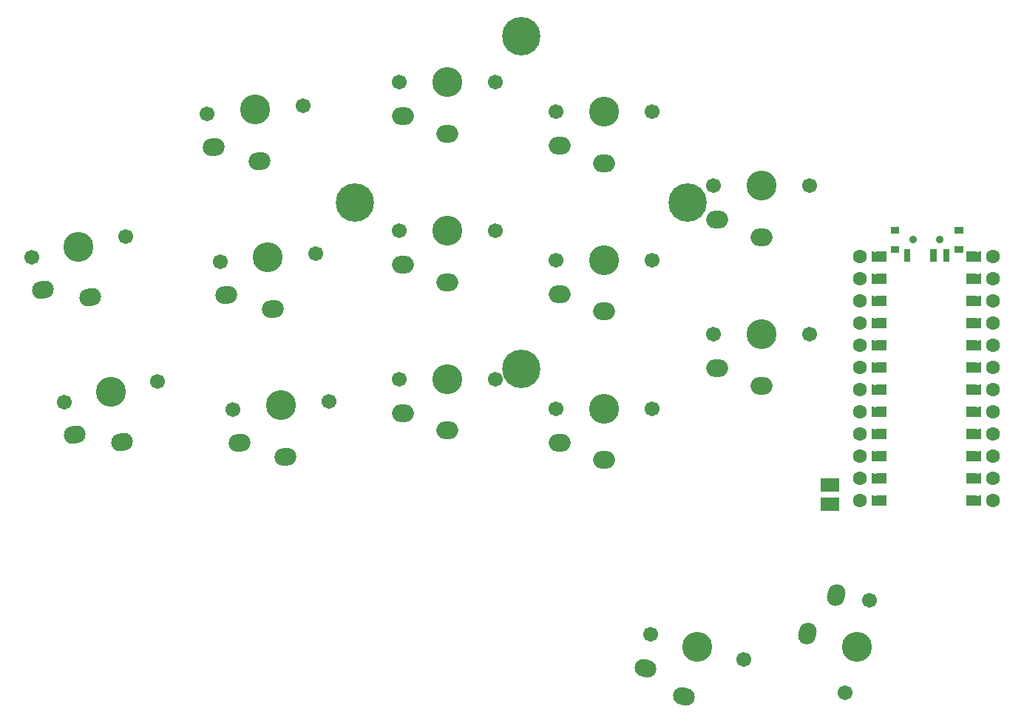
<source format=gbr>
G04 #@! TF.GenerationSoftware,KiCad,Pcbnew,6.0.0-d3dd2cf0fa~116~ubuntu20.04.1*
G04 #@! TF.CreationDate,2022-01-05T19:45:42-05:00*
G04 #@! TF.ProjectId,phantoma,7068616e-746f-46d6-912e-6b696361645f,0.1*
G04 #@! TF.SameCoordinates,Original*
G04 #@! TF.FileFunction,Soldermask,Bot*
G04 #@! TF.FilePolarity,Negative*
%FSLAX46Y46*%
G04 Gerber Fmt 4.6, Leading zero omitted, Abs format (unit mm)*
G04 Created by KiCad (PCBNEW 6.0.0-d3dd2cf0fa~116~ubuntu20.04.1) date 2022-01-05 19:45:42*
%MOMM*%
%LPD*%
G01*
G04 APERTURE LIST*
G04 Aperture macros list*
%AMHorizOval*
0 Thick line with rounded ends*
0 $1 width*
0 $2 $3 position (X,Y) of the first rounded end (center of the circle)*
0 $4 $5 position (X,Y) of the second rounded end (center of the circle)*
0 Add line between two ends*
20,1,$1,$2,$3,$4,$5,0*
0 Add two circle primitives to create the rounded ends*
1,1,$1,$2,$3*
1,1,$1,$4,$5*%
%AMFreePoly0*
4,1,6,0.600000,0.200000,0.000000,-0.400000,-0.600000,0.200000,-0.600000,0.400000,0.600000,0.400000,0.600000,0.200000,0.600000,0.200000,$1*%
%AMFreePoly1*
4,1,6,0.600000,-0.250000,-0.600000,-0.250000,-0.600000,1.000000,0.000000,0.400000,0.600000,1.000000,0.600000,-0.250000,0.600000,-0.250000,$1*%
G04 Aperture macros list end*
%ADD10C,0.100000*%
%ADD11C,1.701800*%
%ADD12C,3.429000*%
%ADD13HorizOval,2.000000X0.244074X0.054110X-0.244074X-0.054110X0*%
%ADD14HorizOval,2.000000X0.249049X0.021789X-0.249049X-0.021789X0*%
%ADD15O,2.500000X2.000000*%
%ADD16HorizOval,2.000000X0.241481X-0.064705X-0.241481X0.064705X0*%
%ADD17HorizOval,2.000000X-0.064705X-0.241481X0.064705X0.241481X0*%
%ADD18C,1.600000*%
%ADD19FreePoly0,270.000000*%
%ADD20FreePoly0,90.000000*%
%ADD21FreePoly1,90.000000*%
%ADD22FreePoly1,270.000000*%
%ADD23C,0.900000*%
%ADD24C,4.400000*%
G04 APERTURE END LIST*
D10*
X124046965Y-89779741D02*
X122046965Y-89779741D01*
X122046965Y-89779741D02*
X122046965Y-91179741D01*
X122046965Y-91179741D02*
X124046965Y-91179741D01*
X124046965Y-91179741D02*
X124046965Y-89779741D01*
G36*
X124046965Y-91179741D02*
G01*
X122046965Y-91179741D01*
X122046965Y-89779741D01*
X124046965Y-89779741D01*
X124046965Y-91179741D01*
G37*
X124046965Y-91179741D02*
X122046965Y-91179741D01*
X122046965Y-89779741D01*
X124046965Y-89779741D01*
X124046965Y-91179741D01*
X124046965Y-91979741D02*
X122046965Y-91979741D01*
X122046965Y-91979741D02*
X122046965Y-93379741D01*
X122046965Y-93379741D02*
X124046965Y-93379741D01*
X124046965Y-93379741D02*
X124046965Y-91979741D01*
G36*
X124046965Y-93379741D02*
G01*
X122046965Y-93379741D01*
X122046965Y-91979741D01*
X124046965Y-91979741D01*
X124046965Y-93379741D01*
G37*
X124046965Y-93379741D02*
X122046965Y-93379741D01*
X122046965Y-91979741D01*
X124046965Y-91979741D01*
X124046965Y-93379741D01*
X129059009Y-66366446D02*
X129059009Y-67382446D01*
X129059009Y-67382446D02*
X128043009Y-67382446D01*
X128043009Y-67382446D02*
X128043009Y-66366446D01*
X128043009Y-66366446D02*
X129059009Y-66366446D01*
G36*
X129059009Y-67382446D02*
G01*
X128043009Y-67382446D01*
X128043009Y-66366446D01*
X129059009Y-66366446D01*
X129059009Y-67382446D01*
G37*
X129059009Y-67382446D02*
X128043009Y-67382446D01*
X128043009Y-66366446D01*
X129059009Y-66366446D01*
X129059009Y-67382446D01*
X129059009Y-73986446D02*
X129059009Y-75002446D01*
X129059009Y-75002446D02*
X128043009Y-75002446D01*
X128043009Y-75002446D02*
X128043009Y-73986446D01*
X128043009Y-73986446D02*
X129059009Y-73986446D01*
G36*
X129059009Y-75002446D02*
G01*
X128043009Y-75002446D01*
X128043009Y-73986446D01*
X129059009Y-73986446D01*
X129059009Y-75002446D01*
G37*
X129059009Y-75002446D02*
X128043009Y-75002446D01*
X128043009Y-73986446D01*
X129059009Y-73986446D01*
X129059009Y-75002446D01*
X129059009Y-91766446D02*
X129059009Y-92782446D01*
X129059009Y-92782446D02*
X128043009Y-92782446D01*
X128043009Y-92782446D02*
X128043009Y-91766446D01*
X128043009Y-91766446D02*
X129059009Y-91766446D01*
G36*
X129059009Y-92782446D02*
G01*
X128043009Y-92782446D01*
X128043009Y-91766446D01*
X129059009Y-91766446D01*
X129059009Y-92782446D01*
G37*
X129059009Y-92782446D02*
X128043009Y-92782446D01*
X128043009Y-91766446D01*
X129059009Y-91766446D01*
X129059009Y-92782446D01*
X129059009Y-76526446D02*
X129059009Y-77542446D01*
X129059009Y-77542446D02*
X128043009Y-77542446D01*
X128043009Y-77542446D02*
X128043009Y-76526446D01*
X128043009Y-76526446D02*
X129059009Y-76526446D01*
G36*
X129059009Y-77542446D02*
G01*
X128043009Y-77542446D01*
X128043009Y-76526446D01*
X129059009Y-76526446D01*
X129059009Y-77542446D01*
G37*
X129059009Y-77542446D02*
X128043009Y-77542446D01*
X128043009Y-76526446D01*
X129059009Y-76526446D01*
X129059009Y-77542446D01*
X139219009Y-75002446D02*
X139219009Y-73986446D01*
X139219009Y-73986446D02*
X140235009Y-73986446D01*
X140235009Y-73986446D02*
X140235009Y-75002446D01*
X140235009Y-75002446D02*
X139219009Y-75002446D01*
G36*
X140235009Y-75002446D02*
G01*
X139219009Y-75002446D01*
X139219009Y-73986446D01*
X140235009Y-73986446D01*
X140235009Y-75002446D01*
G37*
X140235009Y-75002446D02*
X139219009Y-75002446D01*
X139219009Y-73986446D01*
X140235009Y-73986446D01*
X140235009Y-75002446D01*
X139219009Y-67382446D02*
X139219009Y-66366446D01*
X139219009Y-66366446D02*
X140235009Y-66366446D01*
X140235009Y-66366446D02*
X140235009Y-67382446D01*
X140235009Y-67382446D02*
X139219009Y-67382446D01*
G36*
X140235009Y-67382446D02*
G01*
X139219009Y-67382446D01*
X139219009Y-66366446D01*
X140235009Y-66366446D01*
X140235009Y-67382446D01*
G37*
X140235009Y-67382446D02*
X139219009Y-67382446D01*
X139219009Y-66366446D01*
X140235009Y-66366446D01*
X140235009Y-67382446D01*
X129059009Y-63826446D02*
X129059009Y-64842446D01*
X129059009Y-64842446D02*
X128043009Y-64842446D01*
X128043009Y-64842446D02*
X128043009Y-63826446D01*
X128043009Y-63826446D02*
X129059009Y-63826446D01*
G36*
X129059009Y-64842446D02*
G01*
X128043009Y-64842446D01*
X128043009Y-63826446D01*
X129059009Y-63826446D01*
X129059009Y-64842446D01*
G37*
X129059009Y-64842446D02*
X128043009Y-64842446D01*
X128043009Y-63826446D01*
X129059009Y-63826446D01*
X129059009Y-64842446D01*
X129059009Y-68906446D02*
X129059009Y-69922446D01*
X129059009Y-69922446D02*
X128043009Y-69922446D01*
X128043009Y-69922446D02*
X128043009Y-68906446D01*
X128043009Y-68906446D02*
X129059009Y-68906446D01*
G36*
X129059009Y-69922446D02*
G01*
X128043009Y-69922446D01*
X128043009Y-68906446D01*
X129059009Y-68906446D01*
X129059009Y-69922446D01*
G37*
X129059009Y-69922446D02*
X128043009Y-69922446D01*
X128043009Y-68906446D01*
X129059009Y-68906446D01*
X129059009Y-69922446D01*
X139219009Y-92782446D02*
X139219009Y-91766446D01*
X139219009Y-91766446D02*
X140235009Y-91766446D01*
X140235009Y-91766446D02*
X140235009Y-92782446D01*
X140235009Y-92782446D02*
X139219009Y-92782446D01*
G36*
X140235009Y-92782446D02*
G01*
X139219009Y-92782446D01*
X139219009Y-91766446D01*
X140235009Y-91766446D01*
X140235009Y-92782446D01*
G37*
X140235009Y-92782446D02*
X139219009Y-92782446D01*
X139219009Y-91766446D01*
X140235009Y-91766446D01*
X140235009Y-92782446D01*
X129059009Y-81606446D02*
X129059009Y-82622446D01*
X129059009Y-82622446D02*
X128043009Y-82622446D01*
X128043009Y-82622446D02*
X128043009Y-81606446D01*
X128043009Y-81606446D02*
X129059009Y-81606446D01*
G36*
X129059009Y-82622446D02*
G01*
X128043009Y-82622446D01*
X128043009Y-81606446D01*
X129059009Y-81606446D01*
X129059009Y-82622446D01*
G37*
X129059009Y-82622446D02*
X128043009Y-82622446D01*
X128043009Y-81606446D01*
X129059009Y-81606446D01*
X129059009Y-82622446D01*
X139219009Y-77542446D02*
X139219009Y-76526446D01*
X139219009Y-76526446D02*
X140235009Y-76526446D01*
X140235009Y-76526446D02*
X140235009Y-77542446D01*
X140235009Y-77542446D02*
X139219009Y-77542446D01*
G36*
X140235009Y-77542446D02*
G01*
X139219009Y-77542446D01*
X139219009Y-76526446D01*
X140235009Y-76526446D01*
X140235009Y-77542446D01*
G37*
X140235009Y-77542446D02*
X139219009Y-77542446D01*
X139219009Y-76526446D01*
X140235009Y-76526446D01*
X140235009Y-77542446D01*
X139219009Y-90242446D02*
X139219009Y-89226446D01*
X139219009Y-89226446D02*
X140235009Y-89226446D01*
X140235009Y-89226446D02*
X140235009Y-90242446D01*
X140235009Y-90242446D02*
X139219009Y-90242446D01*
G36*
X140235009Y-90242446D02*
G01*
X139219009Y-90242446D01*
X139219009Y-89226446D01*
X140235009Y-89226446D01*
X140235009Y-90242446D01*
G37*
X140235009Y-90242446D02*
X139219009Y-90242446D01*
X139219009Y-89226446D01*
X140235009Y-89226446D01*
X140235009Y-90242446D01*
X139219009Y-69922446D02*
X139219009Y-68906446D01*
X139219009Y-68906446D02*
X140235009Y-68906446D01*
X140235009Y-68906446D02*
X140235009Y-69922446D01*
X140235009Y-69922446D02*
X139219009Y-69922446D01*
G36*
X140235009Y-69922446D02*
G01*
X139219009Y-69922446D01*
X139219009Y-68906446D01*
X140235009Y-68906446D01*
X140235009Y-69922446D01*
G37*
X140235009Y-69922446D02*
X139219009Y-69922446D01*
X139219009Y-68906446D01*
X140235009Y-68906446D01*
X140235009Y-69922446D01*
X129059009Y-71446446D02*
X129059009Y-72462446D01*
X129059009Y-72462446D02*
X128043009Y-72462446D01*
X128043009Y-72462446D02*
X128043009Y-71446446D01*
X128043009Y-71446446D02*
X129059009Y-71446446D01*
G36*
X129059009Y-72462446D02*
G01*
X128043009Y-72462446D01*
X128043009Y-71446446D01*
X129059009Y-71446446D01*
X129059009Y-72462446D01*
G37*
X129059009Y-72462446D02*
X128043009Y-72462446D01*
X128043009Y-71446446D01*
X129059009Y-71446446D01*
X129059009Y-72462446D01*
X139219009Y-80082446D02*
X139219009Y-79066446D01*
X139219009Y-79066446D02*
X140235009Y-79066446D01*
X140235009Y-79066446D02*
X140235009Y-80082446D01*
X140235009Y-80082446D02*
X139219009Y-80082446D01*
G36*
X140235009Y-80082446D02*
G01*
X139219009Y-80082446D01*
X139219009Y-79066446D01*
X140235009Y-79066446D01*
X140235009Y-80082446D01*
G37*
X140235009Y-80082446D02*
X139219009Y-80082446D01*
X139219009Y-79066446D01*
X140235009Y-79066446D01*
X140235009Y-80082446D01*
X139219009Y-72462446D02*
X139219009Y-71446446D01*
X139219009Y-71446446D02*
X140235009Y-71446446D01*
X140235009Y-71446446D02*
X140235009Y-72462446D01*
X140235009Y-72462446D02*
X139219009Y-72462446D01*
G36*
X140235009Y-72462446D02*
G01*
X139219009Y-72462446D01*
X139219009Y-71446446D01*
X140235009Y-71446446D01*
X140235009Y-72462446D01*
G37*
X140235009Y-72462446D02*
X139219009Y-72462446D01*
X139219009Y-71446446D01*
X140235009Y-71446446D01*
X140235009Y-72462446D01*
X139219009Y-87702446D02*
X139219009Y-86686446D01*
X139219009Y-86686446D02*
X140235009Y-86686446D01*
X140235009Y-86686446D02*
X140235009Y-87702446D01*
X140235009Y-87702446D02*
X139219009Y-87702446D01*
G36*
X140235009Y-87702446D02*
G01*
X139219009Y-87702446D01*
X139219009Y-86686446D01*
X140235009Y-86686446D01*
X140235009Y-87702446D01*
G37*
X140235009Y-87702446D02*
X139219009Y-87702446D01*
X139219009Y-86686446D01*
X140235009Y-86686446D01*
X140235009Y-87702446D01*
X139219009Y-64842446D02*
X139219009Y-63826446D01*
X139219009Y-63826446D02*
X140235009Y-63826446D01*
X140235009Y-63826446D02*
X140235009Y-64842446D01*
X140235009Y-64842446D02*
X139219009Y-64842446D01*
G36*
X140235009Y-64842446D02*
G01*
X139219009Y-64842446D01*
X139219009Y-63826446D01*
X140235009Y-63826446D01*
X140235009Y-64842446D01*
G37*
X140235009Y-64842446D02*
X139219009Y-64842446D01*
X139219009Y-63826446D01*
X140235009Y-63826446D01*
X140235009Y-64842446D01*
X129059009Y-79066446D02*
X129059009Y-80082446D01*
X129059009Y-80082446D02*
X128043009Y-80082446D01*
X128043009Y-80082446D02*
X128043009Y-79066446D01*
X128043009Y-79066446D02*
X129059009Y-79066446D01*
G36*
X129059009Y-80082446D02*
G01*
X128043009Y-80082446D01*
X128043009Y-79066446D01*
X129059009Y-79066446D01*
X129059009Y-80082446D01*
G37*
X129059009Y-80082446D02*
X128043009Y-80082446D01*
X128043009Y-79066446D01*
X129059009Y-79066446D01*
X129059009Y-80082446D01*
X129059009Y-86686446D02*
X129059009Y-87702446D01*
X129059009Y-87702446D02*
X128043009Y-87702446D01*
X128043009Y-87702446D02*
X128043009Y-86686446D01*
X128043009Y-86686446D02*
X129059009Y-86686446D01*
G36*
X129059009Y-87702446D02*
G01*
X128043009Y-87702446D01*
X128043009Y-86686446D01*
X129059009Y-86686446D01*
X129059009Y-87702446D01*
G37*
X129059009Y-87702446D02*
X128043009Y-87702446D01*
X128043009Y-86686446D01*
X129059009Y-86686446D01*
X129059009Y-87702446D01*
X139219009Y-82622446D02*
X139219009Y-81606446D01*
X139219009Y-81606446D02*
X140235009Y-81606446D01*
X140235009Y-81606446D02*
X140235009Y-82622446D01*
X140235009Y-82622446D02*
X139219009Y-82622446D01*
G36*
X140235009Y-82622446D02*
G01*
X139219009Y-82622446D01*
X139219009Y-81606446D01*
X140235009Y-81606446D01*
X140235009Y-82622446D01*
G37*
X140235009Y-82622446D02*
X139219009Y-82622446D01*
X139219009Y-81606446D01*
X140235009Y-81606446D01*
X140235009Y-82622446D01*
X129059009Y-89226446D02*
X129059009Y-90242446D01*
X129059009Y-90242446D02*
X128043009Y-90242446D01*
X128043009Y-90242446D02*
X128043009Y-89226446D01*
X128043009Y-89226446D02*
X129059009Y-89226446D01*
G36*
X129059009Y-90242446D02*
G01*
X128043009Y-90242446D01*
X128043009Y-89226446D01*
X129059009Y-89226446D01*
X129059009Y-90242446D01*
G37*
X129059009Y-90242446D02*
X128043009Y-90242446D01*
X128043009Y-89226446D01*
X129059009Y-89226446D01*
X129059009Y-90242446D01*
X129059009Y-84146446D02*
X129059009Y-85162446D01*
X129059009Y-85162446D02*
X128043009Y-85162446D01*
X128043009Y-85162446D02*
X128043009Y-84146446D01*
X128043009Y-84146446D02*
X129059009Y-84146446D01*
G36*
X129059009Y-85162446D02*
G01*
X128043009Y-85162446D01*
X128043009Y-84146446D01*
X129059009Y-84146446D01*
X129059009Y-85162446D01*
G37*
X129059009Y-85162446D02*
X128043009Y-85162446D01*
X128043009Y-84146446D01*
X129059009Y-84146446D01*
X129059009Y-85162446D01*
X139219009Y-85162446D02*
X139219009Y-84146446D01*
X139219009Y-84146446D02*
X140235009Y-84146446D01*
X140235009Y-84146446D02*
X140235009Y-85162446D01*
X140235009Y-85162446D02*
X139219009Y-85162446D01*
G36*
X140235009Y-85162446D02*
G01*
X139219009Y-85162446D01*
X139219009Y-84146446D01*
X140235009Y-84146446D01*
X140235009Y-85162446D01*
G37*
X140235009Y-85162446D02*
X139219009Y-85162446D01*
X139219009Y-84146446D01*
X140235009Y-84146446D01*
X140235009Y-85162446D01*
X136097486Y-63491256D02*
X136097486Y-64891256D01*
X136097486Y-64891256D02*
X136697486Y-64891256D01*
X136697486Y-64891256D02*
X136697486Y-63491256D01*
X136697486Y-63491256D02*
X136097486Y-63491256D01*
G36*
X136697486Y-64891256D02*
G01*
X136097486Y-64891256D01*
X136097486Y-63491256D01*
X136697486Y-63491256D01*
X136697486Y-64891256D01*
G37*
X136697486Y-64891256D02*
X136097486Y-64891256D01*
X136097486Y-63491256D01*
X136697486Y-63491256D01*
X136697486Y-64891256D01*
X131597486Y-63491256D02*
X131597486Y-64891256D01*
X131597486Y-64891256D02*
X132197486Y-64891256D01*
X132197486Y-64891256D02*
X132197486Y-63491256D01*
X132197486Y-63491256D02*
X131597486Y-63491256D01*
G36*
X132197486Y-64891256D02*
G01*
X131597486Y-64891256D01*
X131597486Y-63491256D01*
X132197486Y-63491256D01*
X132197486Y-64891256D01*
G37*
X132197486Y-64891256D02*
X131597486Y-64891256D01*
X131597486Y-63491256D01*
X132197486Y-63491256D01*
X132197486Y-64891256D01*
X137347486Y-60991256D02*
X137347486Y-61691256D01*
X137347486Y-61691256D02*
X138247486Y-61691256D01*
X138247486Y-61691256D02*
X138247486Y-60991256D01*
X138247486Y-60991256D02*
X137347486Y-60991256D01*
G36*
X138247486Y-61691256D02*
G01*
X137347486Y-61691256D01*
X137347486Y-60991256D01*
X138247486Y-60991256D01*
X138247486Y-61691256D01*
G37*
X138247486Y-61691256D02*
X137347486Y-61691256D01*
X137347486Y-60991256D01*
X138247486Y-60991256D01*
X138247486Y-61691256D01*
X134597486Y-63491256D02*
X134597486Y-64891256D01*
X134597486Y-64891256D02*
X135197486Y-64891256D01*
X135197486Y-64891256D02*
X135197486Y-63491256D01*
X135197486Y-63491256D02*
X134597486Y-63491256D01*
G36*
X135197486Y-64891256D02*
G01*
X134597486Y-64891256D01*
X134597486Y-63491256D01*
X135197486Y-63491256D01*
X135197486Y-64891256D01*
G37*
X135197486Y-64891256D02*
X134597486Y-64891256D01*
X134597486Y-63491256D01*
X135197486Y-63491256D01*
X135197486Y-64891256D01*
X130047486Y-60991256D02*
X130047486Y-61691256D01*
X130047486Y-61691256D02*
X130947486Y-61691256D01*
X130947486Y-61691256D02*
X130947486Y-60991256D01*
X130947486Y-60991256D02*
X130047486Y-60991256D01*
G36*
X130947486Y-61691256D02*
G01*
X130047486Y-61691256D01*
X130047486Y-60991256D01*
X130947486Y-60991256D01*
X130947486Y-61691256D01*
G37*
X130947486Y-61691256D02*
X130047486Y-61691256D01*
X130047486Y-60991256D01*
X130947486Y-60991256D01*
X130947486Y-61691256D01*
X137347486Y-63191256D02*
X137347486Y-63891256D01*
X137347486Y-63891256D02*
X138247486Y-63891256D01*
X138247486Y-63891256D02*
X138247486Y-63191256D01*
X138247486Y-63191256D02*
X137347486Y-63191256D01*
G36*
X138247486Y-63891256D02*
G01*
X137347486Y-63891256D01*
X137347486Y-63191256D01*
X138247486Y-63191256D01*
X138247486Y-63891256D01*
G37*
X138247486Y-63891256D02*
X137347486Y-63891256D01*
X137347486Y-63191256D01*
X138247486Y-63191256D01*
X138247486Y-63891256D01*
X130047486Y-63191256D02*
X130047486Y-63891256D01*
X130047486Y-63891256D02*
X130947486Y-63891256D01*
X130947486Y-63891256D02*
X130947486Y-63191256D01*
X130947486Y-63191256D02*
X130047486Y-63191256D01*
G36*
X130947486Y-63891256D02*
G01*
X130047486Y-63891256D01*
X130047486Y-63191256D01*
X130947486Y-63191256D01*
X130947486Y-63891256D01*
G37*
X130947486Y-63891256D02*
X130047486Y-63891256D01*
X130047486Y-63191256D01*
X130947486Y-63191256D01*
X130947486Y-63891256D01*
D11*
X31690870Y-64461023D03*
X42430126Y-62080187D03*
D12*
X37060498Y-63270605D03*
D13*
X32925503Y-68182001D03*
X38337492Y-69030751D03*
D12*
X57254777Y-47537462D03*
D11*
X51775706Y-48016819D03*
X62733848Y-47058105D03*
D14*
X52514091Y-51867116D03*
X57768996Y-53415011D03*
D11*
X73760310Y-44405728D03*
X84760310Y-44405728D03*
D12*
X79260310Y-44405728D03*
D15*
X74160310Y-48305728D03*
X79260310Y-50305728D03*
D12*
X97249003Y-47774444D03*
D11*
X91749003Y-47774444D03*
X102749003Y-47774444D03*
D15*
X92149003Y-51674444D03*
X97249003Y-53674444D03*
D11*
X120749006Y-56274447D03*
D12*
X115249006Y-56274447D03*
D11*
X109749006Y-56274447D03*
D15*
X110149006Y-60174447D03*
X115249006Y-62174447D03*
D11*
X46109602Y-78677213D03*
D12*
X40739974Y-79867631D03*
D11*
X35370346Y-81058049D03*
D13*
X36604979Y-84779027D03*
X42016968Y-85627777D03*
D11*
X53257348Y-64952135D03*
X64215490Y-63993421D03*
D12*
X58736419Y-64472778D03*
D14*
X53995733Y-68802432D03*
X59250638Y-70350327D03*
D12*
X79260306Y-61405728D03*
D11*
X84760306Y-61405728D03*
X73760306Y-61405728D03*
D15*
X74160306Y-65305728D03*
X79260306Y-67305728D03*
D11*
X102749010Y-64774441D03*
X91749010Y-64774441D03*
D12*
X97249010Y-64774441D03*
D15*
X92149010Y-68674441D03*
X97249010Y-70674441D03*
D11*
X109749010Y-73274446D03*
X120749010Y-73274446D03*
D12*
X115249010Y-73274446D03*
D15*
X110149010Y-77174446D03*
X115249010Y-79174446D03*
D12*
X60218067Y-81408086D03*
D11*
X54738996Y-81887443D03*
X65697138Y-80928729D03*
D14*
X55477381Y-85737740D03*
X60732286Y-87285635D03*
D12*
X79260299Y-78405739D03*
D11*
X84760299Y-78405739D03*
X73760299Y-78405739D03*
D15*
X74160299Y-82305739D03*
X79260299Y-84305739D03*
D11*
X91749010Y-81774443D03*
D12*
X97249010Y-81774443D03*
D11*
X102749010Y-81774443D03*
D15*
X92149010Y-85674443D03*
X97249010Y-87674443D03*
D12*
X107907278Y-109056730D03*
D11*
X102594686Y-107633225D03*
X113219870Y-110480235D03*
D16*
X101971662Y-111503864D03*
X106380246Y-114755692D03*
D12*
X126213408Y-109047668D03*
D11*
X127636913Y-103735076D03*
X124789903Y-114360260D03*
D17*
X123766274Y-103112052D03*
X120514446Y-107520636D03*
D18*
X126519009Y-64334446D03*
X141759009Y-74494446D03*
D19*
X139981009Y-87194446D03*
D20*
X128297009Y-84654446D03*
D18*
X141759009Y-69414446D03*
D19*
X139981009Y-79574446D03*
D18*
X126519009Y-71954446D03*
X126519009Y-77034446D03*
D20*
X128297009Y-87194446D03*
X128297009Y-74494446D03*
D18*
X141759009Y-79574446D03*
D19*
X139981009Y-66874446D03*
D18*
X141759009Y-92274446D03*
D19*
X139981009Y-84654446D03*
D20*
X128297009Y-79574446D03*
X128297009Y-69414446D03*
D18*
X126519009Y-66874446D03*
X141759009Y-84654446D03*
D20*
X128297009Y-92274446D03*
D19*
X139981009Y-89734446D03*
D18*
X141759009Y-77034446D03*
D20*
X128297009Y-89734446D03*
D18*
X141759009Y-64334446D03*
D20*
X128297009Y-66874446D03*
D18*
X141759009Y-82114446D03*
X141759009Y-71954446D03*
X126519009Y-69414446D03*
X126519009Y-89734446D03*
D20*
X128297009Y-82114446D03*
D18*
X126519009Y-79574446D03*
D19*
X139981009Y-92274446D03*
D20*
X128297009Y-77034446D03*
D18*
X126519009Y-87194446D03*
D19*
X139981009Y-64334446D03*
D18*
X141759009Y-66874446D03*
D19*
X139981009Y-82114446D03*
X139981009Y-77034446D03*
X139981009Y-74494446D03*
D18*
X126519009Y-74494446D03*
D19*
X139981009Y-69414446D03*
D18*
X126519009Y-84654446D03*
X126519009Y-92274446D03*
X126519009Y-82114446D03*
D20*
X128297009Y-71954446D03*
D18*
X141759009Y-89734446D03*
D20*
X128297009Y-64334446D03*
D18*
X141759009Y-87194446D03*
D19*
X139981009Y-71954446D03*
D21*
X129313009Y-64334446D03*
X129313009Y-66874446D03*
X129313009Y-69414446D03*
X129313009Y-71954446D03*
X129313009Y-74494446D03*
X129313009Y-77034446D03*
X129313009Y-79574446D03*
X129313009Y-82114446D03*
X129313009Y-84654446D03*
X129313009Y-87194446D03*
X129313009Y-89734446D03*
X129313009Y-92274446D03*
D22*
X138965009Y-92274446D03*
X138965009Y-89734446D03*
X138965009Y-87194446D03*
X138965009Y-84654446D03*
X138965009Y-82114446D03*
X138965009Y-79574446D03*
X138965009Y-77034446D03*
X138965009Y-74494446D03*
X138965009Y-71954446D03*
X138965009Y-69414446D03*
X138965009Y-66874446D03*
X138965009Y-64334446D03*
D23*
X135647486Y-62441256D03*
X132647486Y-62441256D03*
X135647486Y-62441256D03*
X132647486Y-62441256D03*
D24*
X68707000Y-58166000D03*
X87757000Y-39116000D03*
X106807000Y-58166000D03*
X87757000Y-77216000D03*
M02*

</source>
